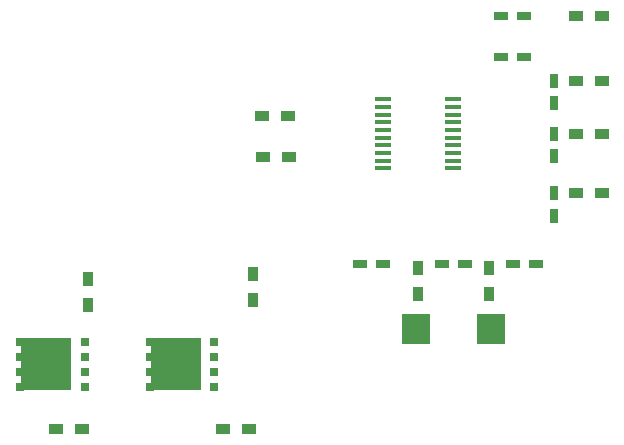
<source format=gbr>
G04 #@! TF.GenerationSoftware,KiCad,Pcbnew,6.0.0-rc1-unknown-5edf350~66~ubuntu18.10.1*
G04 #@! TF.CreationDate,2019-02-07T09:44:38-05:00
G04 #@! TF.ProjectId,UPS,5550532e-6b69-4636-9164-5f7063625858,rev?*
G04 #@! TF.SameCoordinates,Original*
G04 #@! TF.FileFunction,Paste,Bot*
G04 #@! TF.FilePolarity,Positive*
%FSLAX46Y46*%
G04 Gerber Fmt 4.6, Leading zero omitted, Abs format (unit mm)*
G04 Created by KiCad (PCBNEW 6.0.0-rc1-unknown-5edf350~66~ubuntu18.10.1) date 2019-02-07 09:44:38*
%MOMM*%
%LPD*%
G04 APERTURE LIST*
%ADD10R,0.750000X1.200000*%
%ADD11R,1.200000X0.750000*%
%ADD12R,1.200000X0.900000*%
%ADD13R,0.900000X1.200000*%
%ADD14R,2.400000X2.500000*%
%ADD15R,1.450000X0.450000*%
%ADD16R,0.800000X0.700000*%
%ADD17R,4.290000X4.500000*%
%ADD18R,1.600000X1.550000*%
%ADD19R,1.200000X1.550000*%
G04 APERTURE END LIST*
D10*
X69883867Y-44197580D03*
X69883867Y-46097580D03*
D11*
X67333867Y-38697580D03*
X65433867Y-38697580D03*
D10*
X69883867Y-50597580D03*
X69883867Y-48697580D03*
D11*
X65433867Y-42197580D03*
X67333867Y-42197580D03*
X68333867Y-59697580D03*
X66433867Y-59697580D03*
D10*
X69883867Y-53747580D03*
X69883867Y-55647580D03*
D11*
X60433867Y-59697580D03*
X62333867Y-59697580D03*
X55383867Y-59697580D03*
X53483867Y-59697580D03*
D12*
X73983867Y-38697580D03*
X71783867Y-38697580D03*
X71783867Y-44197580D03*
X73983867Y-44197580D03*
X73983867Y-48697580D03*
X71783867Y-48697580D03*
X71783867Y-53697580D03*
X73983867Y-53697580D03*
D13*
X64383867Y-62297580D03*
X64383867Y-60097580D03*
X58383867Y-62297580D03*
X58383867Y-60097580D03*
D14*
X64533867Y-65197580D03*
X58233867Y-65197580D03*
D12*
X47383867Y-47197580D03*
X45183867Y-47197580D03*
X44083867Y-73697580D03*
X41883867Y-73697580D03*
D13*
X44383867Y-60597580D03*
X44383867Y-62797580D03*
X30383867Y-63197580D03*
X30383867Y-60997580D03*
D12*
X27683867Y-73697580D03*
X29883867Y-73697580D03*
X47483867Y-50697580D03*
X45283867Y-50697580D03*
D15*
X55433867Y-45772580D03*
X55433867Y-46422580D03*
X55433867Y-47072580D03*
X55433867Y-47722580D03*
X55433867Y-48372580D03*
X55433867Y-49022580D03*
X55433867Y-49672580D03*
X55433867Y-50322580D03*
X55433867Y-50972580D03*
X55433867Y-51622580D03*
X61333867Y-51622580D03*
X61333867Y-50972580D03*
X61333867Y-50322580D03*
X61333867Y-49672580D03*
X61333867Y-49022580D03*
X61333867Y-48372580D03*
X61333867Y-47722580D03*
X61333867Y-47072580D03*
X61333867Y-46422580D03*
X61333867Y-45772580D03*
D16*
X41133867Y-66287580D03*
X41133867Y-67557580D03*
X41133867Y-68837580D03*
X41133867Y-70107580D03*
X35633867Y-70107580D03*
X35633867Y-68837580D03*
X35633867Y-67557580D03*
X35633867Y-66287580D03*
D17*
X37883867Y-68197580D03*
D18*
X37133867Y-67107580D03*
X37133867Y-69287580D03*
D19*
X39133867Y-67107580D03*
X39133867Y-69287580D03*
X28133867Y-69287580D03*
X28133867Y-67107580D03*
D18*
X26133867Y-69287580D03*
X26133867Y-67107580D03*
D17*
X26883867Y-68197580D03*
D16*
X24633867Y-66287580D03*
X24633867Y-67557580D03*
X24633867Y-68837580D03*
X24633867Y-70107580D03*
X30133867Y-70107580D03*
X30133867Y-68837580D03*
X30133867Y-67557580D03*
X30133867Y-66287580D03*
M02*

</source>
